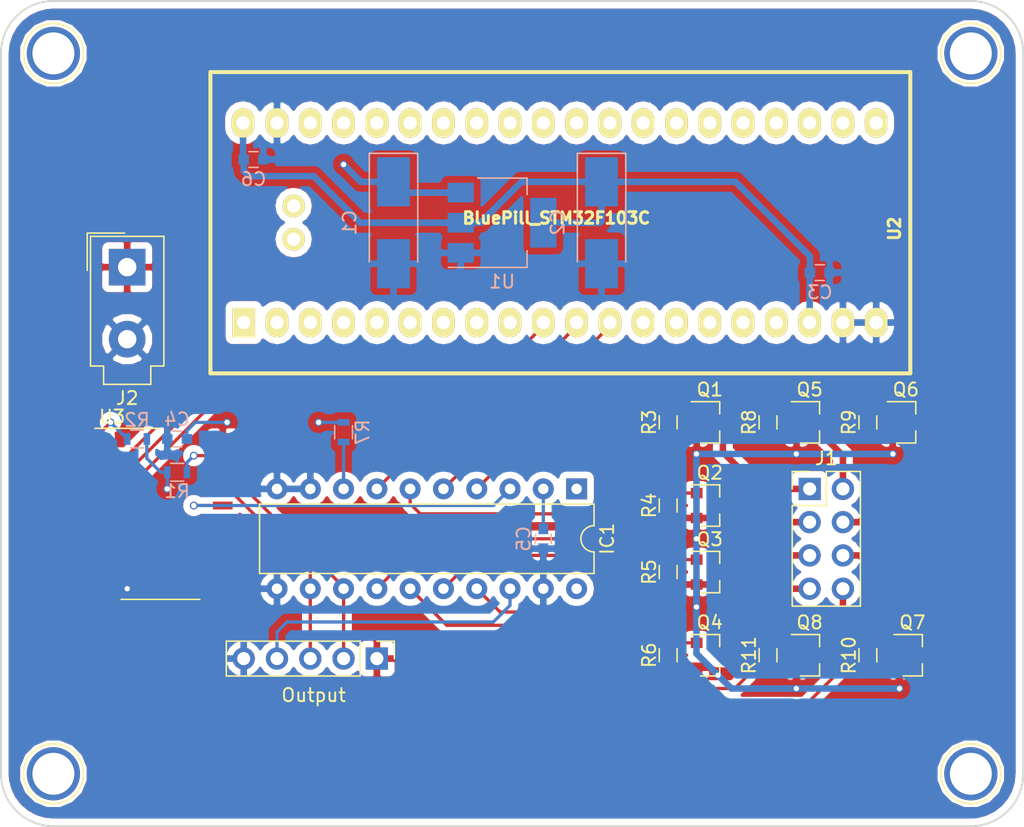
<source format=kicad_pcb>
(kicad_pcb (version 20171130) (host pcbnew 5.0.0)
  (layers (0 F.Cu signal) (31 B.Cu signal) (34 B.Paste user) (35 F.Paste user) (36 B.SilkS user) (37 F.SilkS user) (38 B.Mask user hide) (39 F.Mask user hide) (44 Edge.Cuts user))
  (net 0 "")
  (net 1 VCC)
  (net 2 /SRCK)
  (net 3 /RCK)
  (net 4 GND)
  (net 5 "Net-(IC1-Pad1)")
  (net 6 "Net-(IC1-Pad8)")
  (net 7 "Net-(IC1-Pad20)")
  (net 8 "Net-(J1-Pad1)")
  (net 9 "Net-(J1-Pad2)")
  (net 10 "Net-(J1-Pad3)")
  (net 11 "Net-(J1-Pad4)")
  (net 12 "Net-(J1-Pad5)")
  (net 13 "Net-(J1-Pad6)")
  (net 14 "Net-(J1-Pad7)")
  (net 15 "Net-(J1-Pad8)")
  (net 16 /DOUT)
  (net 17 +3V3)
  (net 18 /L7)
  (net 19 /L3)
  (net 20 /L6)
  (net 21 /L2)
  (net 22 /L5)
  (net 23 /L1)
  (net 24 /L4)
  (net 25 /L0)
  (net 26 /DATA)
  (net 27 "Net-(R1-Pad2)")
  (net 28 "Net-(R2-Pad2)")
  (net 29 "Net-(U2-Pad1)")
  (net 30 "Net-(U2-Pad2)")
  (net 31 "Net-(U2-Pad3)")
  (net 32 "Net-(U2-Pad4)")
  (net 33 "Net-(U2-Pad5)")
  (net 34 "Net-(U2-Pad6)")
  (net 35 "Net-(U2-Pad7)")
  (net 36 "Net-(U2-Pad8)")
  (net 37 "Net-(U2-Pad9)")
  (net 38 "Net-(U2-Pad10)")
  (net 39 "Net-(U2-Pad11)")
  (net 40 "Net-(U2-Pad12)")
  (net 41 "Net-(U2-Pad13)")
  (net 42 "Net-(U2-Pad14)")
  (net 43 "Net-(U2-Pad15)")
  (net 44 "Net-(U2-Pad16)")
  (net 45 "Net-(U2-Pad17)")
  (net 46 "Net-(U2-Pad21)")
  (net 47 "Net-(U2-Pad22)")
  (net 48 "Net-(U2-Pad23)")
  (net 49 "Net-(U2-Pad24)")
  (net 50 "Net-(U2-Pad25)")
  (net 51 "Net-(U2-Pad26)")
  (net 52 "Net-(U2-Pad27)")
  (net 53 "Net-(U2-Pad28)")
  (net 54 "Net-(U2-Pad29)")
  (net 55 "Net-(U2-Pad30)")
  (net 56 "Net-(U2-Pad31)")
  (net 57 "Net-(U2-Pad32)")
  (net 58 "Net-(U2-Pad33)")
  (net 59 "Net-(U2-Pad34)")
  (net 60 "Net-(U2-Pad35)")
  (net 61 "Net-(U2-Pad36)")
  (net 62 "Net-(U2-Pad37)")
  (net 63 "Net-(U2-Pad38)")
  (net 64 "Net-(U2-Pad41)")
  (net 65 "Net-(U2-Pad42)")
  (net 66 "Net-(U3-Pad15)")
  (net 67 "Net-(U3-Pad14)")
  (net 68 "Net-(U3-Pad13)")
  (net 69 "Net-(U3-Pad12)")
  (net 70 "Net-(U3-Pad11)")
  (net 71 "Net-(U3-Pad9)")
  (net 72 "Net-(U3-Pad8)")
  (net 73 "Net-(U3-Pad7)")
  (net 74 "Net-(U3-Pad5)")
  (net 75 "Net-(U3-Pad6)")
  (module Connect:1pin (layer F.Cu) (at 181.734 93.82)
    (fp_text reference REF** hide)
    (fp_text value 1pin)
    (pad 1 thru_hole circle (at 0 0) (size 4.064 4.064) (drill 3.2) (layers *.Cu *.Mask))
  )
  (module Connect:1pin (layer F.Cu) (at 111.734 93.82)
    (fp_text reference REF** hide)
    (fp_text value 1pin)
    (pad 1 thru_hole circle (at 0 0) (size 4.064 4.064) (drill 3.2) (layers *.Cu *.Mask))
  )
  (module Connect:1pin (layer F.Cu) (at 181.734 38.82)
    (fp_text reference REF** hide)
    (fp_text value 1pin)
    (pad 1 thru_hole circle (at 0 0) (size 4.064 4.064) (drill 3.2) (layers *.Cu *.Mask))
  )
  (module Pin_Headers:Pin_Header_Straight_1x05_Pitch2.54mm (layer F.Cu) (at 136.414 85.024 270)
    (fp_text reference Output (at 2.794 4.826) (layer F.SilkS))
    (fp_text value CONN_01X05)
    (pad 5 thru_hole oval (at 0 10.16 270) (size 1.7 1.7) (drill 1) (layers *.Cu *.Mask) (net 4 GND))
    (pad 4 thru_hole oval (at 0 7.62 270) (size 1.7 1.7) (drill 1) (layers *.Cu *.Mask) (net 16 /DOUT))
    (pad 3 thru_hole oval (at 0 5.08 270) (size 1.7 1.7) (drill 1) (layers *.Cu *.Mask) (net 3 /RCK))
    (pad 2 thru_hole oval (at 0 2.54 270) (size 1.7 1.7) (drill 1) (layers *.Cu *.Mask) (net 2 /SRCK))
    (pad 1 thru_hole rect (at 0 0 270) (size 1.7 1.7) (drill 1) (layers *.Cu *.Mask) (net 1 VCC))
  )
  (module BluePill_breakouts:BluePill_STM32F103C (layer F.Cu) (at 126.3048 59.37 90)
    (fp_text reference U2 (at 7.1628 49.6062 270) (layer F.SilkS) (effects (font (size 0.889 0.889) (thickness 0.3048))))
    (fp_text value BluePill_STM32F103C (at 7.9756 23.7998 180) (layer F.SilkS) (effects (font (size 0.889 0.889) (thickness 0.22225))))
    (pad 1 thru_hole rect (at 0 -0.0508) (size 1.7272 2.25) (drill 1.016) (layers *.Cu *.Mask F.SilkS) (net 29 "Net-(U2-Pad1)"))
    (pad 2 thru_hole oval (at 0 2.4892) (size 1.7272 2.25) (drill 1.016) (layers *.Cu *.Mask F.SilkS) (net 30 "Net-(U2-Pad2)"))
    (pad 3 thru_hole oval (at 0 5.0292) (size 1.7272 2.25) (drill 1.016) (layers *.Cu *.Mask F.SilkS) (net 31 "Net-(U2-Pad3)"))
    (pad 4 thru_hole oval (at 0 7.5692) (size 1.7272 2.25) (drill 1.016) (layers *.Cu *.Mask F.SilkS) (net 32 "Net-(U2-Pad4)"))
    (pad 5 thru_hole oval (at 0 10.1092) (size 1.7272 2.25) (drill 1.016) (layers *.Cu *.Mask F.SilkS) (net 33 "Net-(U2-Pad5)"))
    (pad 6 thru_hole oval (at 0 12.6492) (size 1.7272 2.25) (drill 1.016) (layers *.Cu *.Mask F.SilkS) (net 34 "Net-(U2-Pad6)"))
    (pad 7 thru_hole oval (at 0 15.1892) (size 1.7272 2.25) (drill 1.016) (layers *.Cu *.Mask F.SilkS) (net 35 "Net-(U2-Pad7)"))
    (pad 8 thru_hole oval (at 0 17.7292) (size 1.7272 2.25) (drill 1.016) (layers *.Cu *.Mask F.SilkS) (net 36 "Net-(U2-Pad8)"))
    (pad 9 thru_hole oval (at 0 20.2692) (size 1.7272 2.25) (drill 1.016) (layers *.Cu *.Mask F.SilkS) (net 37 "Net-(U2-Pad9)"))
    (pad 10 thru_hole oval (at 0 22.8092) (size 1.7272 2.25) (drill 1.016) (layers *.Cu *.Mask F.SilkS) (net 38 "Net-(U2-Pad10)"))
    (pad 11 thru_hole oval (at 0 25.3492) (size 1.7272 2.25) (drill 1.016) (layers *.Cu *.Mask F.SilkS) (net 39 "Net-(U2-Pad11)"))
    (pad 12 thru_hole oval (at 0 27.8892) (size 1.7272 2.25) (drill 1.016) (layers *.Cu *.Mask F.SilkS) (net 40 "Net-(U2-Pad12)"))
    (pad 13 thru_hole oval (at 0 30.4292) (size 1.7272 2.25) (drill 1.016) (layers *.Cu *.Mask F.SilkS) (net 41 "Net-(U2-Pad13)"))
    (pad 14 thru_hole oval (at 0 32.9692) (size 1.7272 2.25) (drill 1.016) (layers *.Cu *.Mask F.SilkS) (net 42 "Net-(U2-Pad14)"))
    (pad 15 thru_hole oval (at 0 35.5092) (size 1.7272 2.25) (drill 1.016) (layers *.Cu *.Mask F.SilkS) (net 43 "Net-(U2-Pad15)"))
    (pad 16 thru_hole oval (at 0 38.0492) (size 1.7272 2.25) (drill 1.016) (layers *.Cu *.Mask F.SilkS) (net 44 "Net-(U2-Pad16)"))
    (pad 17 thru_hole oval (at 0 40.5892) (size 1.7272 2.25) (drill 1.016) (layers *.Cu *.Mask F.SilkS) (net 45 "Net-(U2-Pad17)"))
    (pad 18 thru_hole oval (at 0 43.1292) (size 1.7272 2.25) (drill 1.016) (layers *.Cu *.Mask F.SilkS) (net 17 +3V3))
    (pad 19 thru_hole oval (at 0 45.6692) (size 1.7272 2.25) (drill 1.016) (layers *.Cu *.Mask F.SilkS) (net 4 GND))
    (pad 20 thru_hole oval (at 0 48.2092) (size 1.7272 2.25) (drill 1.016) (layers *.Cu *.Mask F.SilkS) (net 4 GND))
    (pad 21 thru_hole oval (at 15.24 48.2092 180) (size 1.7272 2.25) (drill 1.016) (layers *.Cu *.Mask F.SilkS) (net 46 "Net-(U2-Pad21)"))
    (pad 22 thru_hole oval (at 15.24 45.6692 180) (size 1.7272 2.25) (drill 1.016) (layers *.Cu *.Mask F.SilkS) (net 47 "Net-(U2-Pad22)"))
    (pad 23 thru_hole oval (at 15.24 43.1292 180) (size 1.7272 2.25) (drill 1.016) (layers *.Cu *.Mask F.SilkS) (net 48 "Net-(U2-Pad23)"))
    (pad 24 thru_hole oval (at 15.24 40.5892 180) (size 1.7272 2.25) (drill 1.016) (layers *.Cu *.Mask F.SilkS) (net 49 "Net-(U2-Pad24)"))
    (pad 25 thru_hole oval (at 15.24 38.0492 180) (size 1.7272 2.25) (drill 1.016) (layers *.Cu *.Mask F.SilkS) (net 50 "Net-(U2-Pad25)"))
    (pad 26 thru_hole oval (at 15.24 35.5092 180) (size 1.7272 2.25) (drill 1.016) (layers *.Cu *.Mask F.SilkS) (net 51 "Net-(U2-Pad26)"))
    (pad 27 thru_hole oval (at 15.24 32.9692 180) (size 1.7272 2.25) (drill 1.016) (layers *.Cu *.Mask F.SilkS) (net 52 "Net-(U2-Pad27)"))
    (pad 28 thru_hole oval (at 15.24 30.4292 180) (size 1.7272 2.25) (drill 1.016) (layers *.Cu *.Mask F.SilkS) (net 53 "Net-(U2-Pad28)"))
    (pad 29 thru_hole oval (at 15.24 27.8892 180) (size 1.7272 2.25) (drill 1.016) (layers *.Cu *.Mask F.SilkS) (net 54 "Net-(U2-Pad29)"))
    (pad 30 thru_hole oval (at 15.24 25.3492 180) (size 1.7272 2.25) (drill 1.016) (layers *.Cu *.Mask F.SilkS) (net 55 "Net-(U2-Pad30)"))
    (pad 31 thru_hole oval (at 15.24 22.8092 180) (size 1.7272 2.25) (drill 1.016) (layers *.Cu *.Mask F.SilkS) (net 56 "Net-(U2-Pad31)"))
    (pad 32 thru_hole oval (at 15.24 20.2692 180) (size 1.7272 2.25) (drill 1.016) (layers *.Cu *.Mask F.SilkS) (net 57 "Net-(U2-Pad32)"))
    (pad 33 thru_hole oval (at 15.24 17.7292 180) (size 1.7272 2.25) (drill 1.016) (layers *.Cu *.Mask F.SilkS) (net 58 "Net-(U2-Pad33)"))
    (pad 34 thru_hole oval (at 15.24 15.1892 180) (size 1.7272 2.25) (drill 1.016) (layers *.Cu *.Mask F.SilkS) (net 59 "Net-(U2-Pad34)"))
    (pad 35 thru_hole oval (at 15.24 12.6492 180) (size 1.7272 2.25) (drill 1.016) (layers *.Cu *.Mask F.SilkS) (net 60 "Net-(U2-Pad35)"))
    (pad 36 thru_hole oval (at 15.24 10.1092 180) (size 1.7272 2.25) (drill 1.016) (layers *.Cu *.Mask F.SilkS) (net 61 "Net-(U2-Pad36)"))
    (pad 37 thru_hole oval (at 15.24 7.5692 180) (size 1.7272 2.25) (drill 1.016) (layers *.Cu *.Mask F.SilkS) (net 62 "Net-(U2-Pad37)"))
    (pad 38 thru_hole oval (at 15.24 5.0292 180) (size 1.7272 2.25) (drill 1.016) (layers *.Cu *.Mask F.SilkS) (net 63 "Net-(U2-Pad38)"))
    (pad 39 thru_hole oval (at 15.24 2.4892 180) (size 1.7272 2.25) (drill 1.016) (layers *.Cu *.Mask F.SilkS) (net 4 GND))
    (pad 40 thru_hole oval (at 15.24 -0.1016 180) (size 1.7272 2.25) (drill 1.016) (layers *.Cu *.Mask F.SilkS) (net 17 +3V3))
    (pad 41 thru_hole oval (at 8.9 3.7592 180) (size 1.7272 1.7272) (drill 1.016) (layers *.Cu *.Mask F.SilkS) (net 64 "Net-(U2-Pad41)"))
    (pad 42 thru_hole oval (at 6.36 3.7592 180) (size 1.7272 1.7272) (drill 1.016) (layers *.Cu *.Mask F.SilkS) (net 65 "Net-(U2-Pad42)"))
  )
  (module Capacitors_Tantalum_SMD:CP_Tantalum_Case-U_EIA-6032-15_Hand (layer B.Cu) (at 137.684 51.75 270)
    (fp_text reference C1 (at 0 3.35 270) (layer B.SilkS) (effects (justify mirror)))
    (fp_text value 10u)
    (pad 2 smd rect (at 3.125 0 270) (size 3.75 2.5) (layers B.Cu B.Paste B.Mask) (net 4 GND))
    (pad 1 smd rect (at -3.125 0 270) (size 3.75 2.5) (layers B.Cu B.Paste B.Mask) (net 1 VCC))
  )
  (module Capacitors_Tantalum_SMD:CP_Tantalum_Case-U_EIA-6032-15_Hand (layer B.Cu) (at 153.559 51.75 270)
    (fp_text reference C2 (at 0 3.35 270) (layer B.SilkS) (effects (justify mirror)))
    (fp_text value 10u)
    (pad 1 smd rect (at -3.125 0 270) (size 3.75 2.5) (layers B.Cu B.Paste B.Mask) (net 17 +3V3))
    (pad 2 smd rect (at 3.125 0 270) (size 3.75 2.5) (layers B.Cu B.Paste B.Mask) (net 4 GND))
  )
  (module Capacitors_SMD:C_0603 (layer B.Cu) (at 170.208 55.56)
    (fp_text reference C3 (at 0 1.5) (layer B.SilkS) (effects (justify mirror)))
    (fp_text value 0.1uF)
    (pad 2 smd rect (at 0.75 0) (size 0.8 0.75) (layers B.Cu B.Paste B.Mask) (net 4 GND))
    (pad 1 smd rect (at -0.75 0) (size 0.8 0.75) (layers B.Cu B.Paste B.Mask) (net 17 +3V3))
  )
  (module Capacitors_SMD:C_0603 (layer B.Cu) (at 121.174 68.26 180)
    (fp_text reference C4 (at 0 1.5 180) (layer B.SilkS) (effects (justify mirror)))
    (fp_text value 0.1uF)
    (pad 1 smd rect (at -0.75 0 180) (size 0.8 0.75) (layers B.Cu B.Paste B.Mask) (net 1 VCC))
    (pad 2 smd rect (at 0.75 0 180) (size 0.8 0.75) (layers B.Cu B.Paste B.Mask) (net 4 GND))
  )
  (module Capacitors_SMD:C_0603 (layer B.Cu) (at 149.114 75.88 270)
    (fp_text reference C5 (at 0 1.5 270) (layer B.SilkS) (effects (justify mirror)))
    (fp_text value 0.1uF)
    (pad 1 smd rect (at -0.75 0 270) (size 0.8 0.75) (layers B.Cu B.Paste B.Mask) (net 1 VCC))
    (pad 2 smd rect (at 0.75 0 270) (size 0.8 0.75) (layers B.Cu B.Paste B.Mask) (net 4 GND))
  )
  (module Housings_DIP:DIP-20_W7.62mm (layer F.Cu) (at 151.654 72.07 270)
    (fp_text reference IC1 (at 3.81 -2.33 270) (layer F.SilkS))
    (fp_text value TPIC6B595)
    (pad 20 thru_hole oval (at 7.62 0 270) (size 1.6 1.6) (drill 0.8) (layers *.Cu *.Mask) (net 7 "Net-(IC1-Pad20)"))
    (pad 10 thru_hole oval (at 0 22.86 270) (size 1.6 1.6) (drill 0.8) (layers *.Cu *.Mask) (net 4 GND))
    (pad 19 thru_hole oval (at 7.62 2.54 270) (size 1.6 1.6) (drill 0.8) (layers *.Cu *.Mask) (net 4 GND))
    (pad 9 thru_hole oval (at 0 20.32 270) (size 1.6 1.6) (drill 0.8) (layers *.Cu *.Mask) (net 4 GND))
    (pad 18 thru_hole oval (at 7.62 5.08 270) (size 1.6 1.6) (drill 0.8) (layers *.Cu *.Mask) (net 16 /DOUT))
    (pad 8 thru_hole oval (at 0 17.78 270) (size 1.6 1.6) (drill 0.8) (layers *.Cu *.Mask) (net 6 "Net-(IC1-Pad8)"))
    (pad 17 thru_hole oval (at 7.62 7.62 270) (size 1.6 1.6) (drill 0.8) (layers *.Cu *.Mask) (net 18 /L7))
    (pad 7 thru_hole oval (at 0 15.24 270) (size 1.6 1.6) (drill 0.8) (layers *.Cu *.Mask) (net 19 /L3))
    (pad 16 thru_hole oval (at 7.62 10.16 270) (size 1.6 1.6) (drill 0.8) (layers *.Cu *.Mask) (net 20 /L6))
    (pad 6 thru_hole oval (at 0 12.7 270) (size 1.6 1.6) (drill 0.8) (layers *.Cu *.Mask) (net 21 /L2))
    (pad 15 thru_hole oval (at 7.62 12.7 270) (size 1.6 1.6) (drill 0.8) (layers *.Cu *.Mask) (net 22 /L5))
    (pad 5 thru_hole oval (at 0 10.16 270) (size 1.6 1.6) (drill 0.8) (layers *.Cu *.Mask) (net 23 /L1))
    (pad 14 thru_hole oval (at 7.62 15.24 270) (size 1.6 1.6) (drill 0.8) (layers *.Cu *.Mask) (net 24 /L4))
    (pad 4 thru_hole oval (at 0 7.62 270) (size 1.6 1.6) (drill 0.8) (layers *.Cu *.Mask) (net 25 /L0))
    (pad 13 thru_hole oval (at 7.62 17.78 270) (size 1.6 1.6) (drill 0.8) (layers *.Cu *.Mask) (net 2 /SRCK))
    (pad 3 thru_hole oval (at 0 5.08 270) (size 1.6 1.6) (drill 0.8) (layers *.Cu *.Mask) (net 26 /DATA))
    (pad 12 thru_hole oval (at 7.62 20.32 270) (size 1.6 1.6) (drill 0.8) (layers *.Cu *.Mask) (net 3 /RCK))
    (pad 2 thru_hole oval (at 0 2.54 270) (size 1.6 1.6) (drill 0.8) (layers *.Cu *.Mask) (net 1 VCC))
    (pad 11 thru_hole oval (at 7.62 22.86 270) (size 1.6 1.6) (drill 0.8) (layers *.Cu *.Mask) (net 4 GND))
    (pad 1 thru_hole rect (at 0 0 270) (size 1.6 1.6) (drill 0.8) (layers *.Cu *.Mask) (net 5 "Net-(IC1-Pad1)"))
  )
  (module Connectors_Molex:Molex_MiniFit-JR-5556-02A_2x01x4.20mm_Straight (layer F.Cu) (at 117.364 55.14)
    (fp_text reference J2 (at 0 10) (layer F.SilkS))
    (fp_text value 5V_IN)
    (pad 2 thru_hole circle (at 0 5.5) (size 2.8 2.8) (drill 1.4) (layers *.Cu *.Mask) (net 4 GND))
    (pad 1 thru_hole rect (at 0 0) (size 2.8 2.8) (drill 1.4) (layers *.Cu *.Mask) (net 1 VCC))
  )
  (module TO_SOT_Packages_SMD:SOT-23 (layer F.Cu) (at 161.814 66.99)
    (fp_text reference Q1 (at 0 -2.5) (layer F.SilkS))
    (fp_text value Q_PMOS_GSD)
    (pad 3 smd rect (at 1 0) (size 0.9 0.8) (layers F.Cu F.Paste F.Mask) (net 8 "Net-(J1-Pad1)"))
    (pad 2 smd rect (at -1 0.95) (size 0.9 0.8) (layers F.Cu F.Paste F.Mask) (net 1 VCC))
    (pad 1 smd rect (at -1 -0.95) (size 0.9 0.8) (layers F.Cu F.Paste F.Mask) (net 25 /L0))
  )
  (module TO_SOT_Packages_SMD:SOT-23 (layer F.Cu) (at 161.814 73.34)
    (fp_text reference Q2 (at 0 -2.5) (layer F.SilkS))
    (fp_text value Q_PMOS_GSD)
    (pad 3 smd rect (at 1 0) (size 0.9 0.8) (layers F.Cu F.Paste F.Mask) (net 10 "Net-(J1-Pad3)"))
    (pad 2 smd rect (at -1 0.95) (size 0.9 0.8) (layers F.Cu F.Paste F.Mask) (net 1 VCC))
    (pad 1 smd rect (at -1 -0.95) (size 0.9 0.8) (layers F.Cu F.Paste F.Mask) (net 21 /L2))
  )
  (module TO_SOT_Packages_SMD:SOT-23 (layer F.Cu) (at 161.814 78.42)
    (fp_text reference Q3 (at 0 -2.5) (layer F.SilkS))
    (fp_text value Q_PMOS_GSD)
    (pad 1 smd rect (at -1 -0.95) (size 0.9 0.8) (layers F.Cu F.Paste F.Mask) (net 24 /L4))
    (pad 2 smd rect (at -1 0.95) (size 0.9 0.8) (layers F.Cu F.Paste F.Mask) (net 1 VCC))
    (pad 3 smd rect (at 1 0) (size 0.9 0.8) (layers F.Cu F.Paste F.Mask) (net 12 "Net-(J1-Pad5)"))
  )
  (module TO_SOT_Packages_SMD:SOT-23 (layer F.Cu) (at 161.814 84.77)
    (fp_text reference Q4 (at 0 -2.5) (layer F.SilkS))
    (fp_text value Q_PMOS_GSD)
    (pad 1 smd rect (at -1 -0.95) (size 0.9 0.8) (layers F.Cu F.Paste F.Mask) (net 20 /L6))
    (pad 2 smd rect (at -1 0.95) (size 0.9 0.8) (layers F.Cu F.Paste F.Mask) (net 1 VCC))
    (pad 3 smd rect (at 1 0) (size 0.9 0.8) (layers F.Cu F.Paste F.Mask) (net 14 "Net-(J1-Pad7)"))
  )
  (module TO_SOT_Packages_SMD:SOT-23 (layer F.Cu) (at 169.434 66.99)
    (fp_text reference Q5 (at 0 -2.5) (layer F.SilkS))
    (fp_text value Q_PMOS_GSD)
    (pad 3 smd rect (at 1 0) (size 0.9 0.8) (layers F.Cu F.Paste F.Mask) (net 9 "Net-(J1-Pad2)"))
    (pad 2 smd rect (at -1 0.95) (size 0.9 0.8) (layers F.Cu F.Paste F.Mask) (net 1 VCC))
    (pad 1 smd rect (at -1 -0.95) (size 0.9 0.8) (layers F.Cu F.Paste F.Mask) (net 23 /L1))
  )
  (module TO_SOT_Packages_SMD:SOT-23 (layer F.Cu) (at 176.774 66.99)
    (fp_text reference Q6 (at 0 -2.5) (layer F.SilkS))
    (fp_text value Q_PMOS_GSD)
    (pad 1 smd rect (at -1 -0.95) (size 0.9 0.8) (layers F.Cu F.Paste F.Mask) (net 19 /L3))
    (pad 2 smd rect (at -1 0.95) (size 0.9 0.8) (layers F.Cu F.Paste F.Mask) (net 1 VCC))
    (pad 3 smd rect (at 1 0) (size 0.9 0.8) (layers F.Cu F.Paste F.Mask) (net 11 "Net-(J1-Pad4)"))
  )
  (module TO_SOT_Packages_SMD:SOT-23 (layer F.Cu) (at 177.274 84.77)
    (fp_text reference Q7 (at 0 -2.5) (layer F.SilkS))
    (fp_text value Q_PMOS_GSD)
    (pad 3 smd rect (at 1 0) (size 0.9 0.8) (layers F.Cu F.Paste F.Mask) (net 13 "Net-(J1-Pad6)"))
    (pad 2 smd rect (at -1 0.95) (size 0.9 0.8) (layers F.Cu F.Paste F.Mask) (net 1 VCC))
    (pad 1 smd rect (at -1 -0.95) (size 0.9 0.8) (layers F.Cu F.Paste F.Mask) (net 22 /L5))
  )
  (module TO_SOT_Packages_SMD:SOT-23 (layer F.Cu) (at 169.434 84.77)
    (fp_text reference Q8 (at 0 -2.5) (layer F.SilkS))
    (fp_text value Q_PMOS_GSD)
    (pad 1 smd rect (at -1 -0.95) (size 0.9 0.8) (layers F.Cu F.Paste F.Mask) (net 18 /L7))
    (pad 2 smd rect (at -1 0.95) (size 0.9 0.8) (layers F.Cu F.Paste F.Mask) (net 1 VCC))
    (pad 3 smd rect (at 1 0) (size 0.9 0.8) (layers F.Cu F.Paste F.Mask) (net 15 "Net-(J1-Pad8)"))
  )
  (module Resistors_SMD:R_0603 (layer B.Cu) (at 121.174 70.8)
    (fp_text reference R1 (at 0 1.45) (layer B.SilkS) (effects (justify mirror)))
    (fp_text value 10k)
    (pad 2 smd rect (at 0.75 0) (size 0.5 0.9) (layers B.Cu B.Paste B.Mask) (net 27 "Net-(R1-Pad2)"))
    (pad 1 smd rect (at -0.75 0) (size 0.5 0.9) (layers B.Cu B.Paste B.Mask) (net 1 VCC))
  )
  (module Resistors_SMD:R_0603 (layer B.Cu) (at 118.114 68.26 180)
    (fp_text reference R2 (at 0 1.45 180) (layer B.SilkS) (effects (justify mirror)))
    (fp_text value 10k)
    (pad 1 smd rect (at -0.75 0 180) (size 0.5 0.9) (layers B.Cu B.Paste B.Mask) (net 1 VCC))
    (pad 2 smd rect (at 0.75 0 180) (size 0.5 0.9) (layers B.Cu B.Paste B.Mask) (net 28 "Net-(R2-Pad2)"))
  )
  (module Resistors_SMD:R_0603 (layer F.Cu) (at 158.639 66.99 90)
    (fp_text reference R3 (at 0 -1.45 90) (layer F.SilkS))
    (fp_text value 10k)
    (pad 1 smd rect (at -0.75 0 90) (size 0.5 0.9) (layers F.Cu F.Paste F.Mask) (net 1 VCC))
    (pad 2 smd rect (at 0.75 0 90) (size 0.5 0.9) (layers F.Cu F.Paste F.Mask) (net 25 /L0))
  )
  (module Resistors_SMD:R_0603 (layer F.Cu) (at 158.639 73.34 90)
    (fp_text reference R4 (at 0 -1.45 90) (layer F.SilkS))
    (fp_text value 10k)
    (pad 2 smd rect (at 0.75 0 90) (size 0.5 0.9) (layers F.Cu F.Paste F.Mask) (net 21 /L2))
    (pad 1 smd rect (at -0.75 0 90) (size 0.5 0.9) (layers F.Cu F.Paste F.Mask) (net 1 VCC))
  )
  (module Resistors_SMD:R_0603 (layer F.Cu) (at 158.639 78.42 90)
    (fp_text reference R5 (at 0 -1.45 90) (layer F.SilkS))
    (fp_text value 10k)
    (pad 1 smd rect (at -0.75 0 90) (size 0.5 0.9) (layers F.Cu F.Paste F.Mask) (net 1 VCC))
    (pad 2 smd rect (at 0.75 0 90) (size 0.5 0.9) (layers F.Cu F.Paste F.Mask) (net 24 /L4))
  )
  (module Resistors_SMD:R_0603 (layer F.Cu) (at 158.639 84.77 90)
    (fp_text reference R6 (at 0 -1.45 90) (layer F.SilkS))
    (fp_text value 10k)
    (pad 2 smd rect (at 0.75 0 90) (size 0.5 0.9) (layers F.Cu F.Paste F.Mask) (net 20 /L6))
    (pad 1 smd rect (at -0.75 0 90) (size 0.5 0.9) (layers F.Cu F.Paste F.Mask) (net 1 VCC))
  )
  (module Resistors_SMD:R_0603 (layer B.Cu) (at 133.874 67.74 90)
    (fp_text reference R7 (at 0 1.45 90) (layer B.SilkS) (effects (justify mirror)))
    (fp_text value 10k)
    (pad 2 smd rect (at 0.75 0 90) (size 0.5 0.9) (layers B.Cu B.Paste B.Mask) (net 1 VCC))
    (pad 1 smd rect (at -0.75 0 90) (size 0.5 0.9) (layers B.Cu B.Paste B.Mask) (net 6 "Net-(IC1-Pad8)"))
  )
  (module Resistors_SMD:R_0603 (layer F.Cu) (at 166.259 66.99 90)
    (fp_text reference R8 (at 0 -1.45 90) (layer F.SilkS))
    (fp_text value 10k)
    (pad 1 smd rect (at -0.75 0 90) (size 0.5 0.9) (layers F.Cu F.Paste F.Mask) (net 1 VCC))
    (pad 2 smd rect (at 0.75 0 90) (size 0.5 0.9) (layers F.Cu F.Paste F.Mask) (net 23 /L1))
  )
  (module Resistors_SMD:R_0603 (layer F.Cu) (at 173.879 66.99 90)
    (fp_text reference R9 (at 0 -1.45 90) (layer F.SilkS))
    (fp_text value 10k)
    (pad 2 smd rect (at 0.75 0 90) (size 0.5 0.9) (layers F.Cu F.Paste F.Mask) (net 19 /L3))
    (pad 1 smd rect (at -0.75 0 90) (size 0.5 0.9) (layers F.Cu F.Paste F.Mask) (net 1 VCC))
  )
  (module Resistors_SMD:R_0603 (layer F.Cu) (at 173.879 84.77 90)
    (fp_text reference R10 (at 0 -1.45 90) (layer F.SilkS))
    (fp_text value 10k)
    (pad 1 smd rect (at -0.75 0 90) (size 0.5 0.9) (layers F.Cu F.Paste F.Mask) (net 1 VCC))
    (pad 2 smd rect (at 0.75 0 90) (size 0.5 0.9) (layers F.Cu F.Paste F.Mask) (net 22 /L5))
  )
  (module Resistors_SMD:R_0603 (layer F.Cu) (at 166.259 84.77 90)
    (fp_text reference R11 (at 0 -1.45 90) (layer F.SilkS))
    (fp_text value 10k)
    (pad 2 smd rect (at 0.75 0 90) (size 0.5 0.9) (layers F.Cu F.Paste F.Mask) (net 18 /L7))
    (pad 1 smd rect (at -0.75 0 90) (size 0.5 0.9) (layers F.Cu F.Paste F.Mask) (net 1 VCC))
  )
  (module Housings_SOIC:SO-20_12.8x7.5mm_Pitch1.27mm (layer F.Cu) (at 119.904 73.975)
    (fp_text reference U3 (at -3.69 -7.42) (layer F.SilkS))
    (fp_text value 74HCT245)
    (pad 20 smd rect (at 4.75 -5.715) (size 1.5 0.6) (layers F.Cu F.Paste F.Mask) (net 1 VCC))
    (pad 19 smd rect (at 4.75 -4.445) (size 1.5 0.6) (layers F.Cu F.Paste F.Mask) (net 27 "Net-(R1-Pad2)"))
    (pad 18 smd rect (at 4.75 -3.175) (size 1.5 0.6) (layers F.Cu F.Paste F.Mask) (net 2 /SRCK))
    (pad 17 smd rect (at 4.75 -1.905) (size 1.5 0.6) (layers F.Cu F.Paste F.Mask) (net 3 /RCK))
    (pad 16 smd rect (at 4.75 -0.635) (size 1.5 0.6) (layers F.Cu F.Paste F.Mask) (net 26 /DATA))
    (pad 15 smd rect (at 4.75 0.635) (size 1.5 0.6) (layers F.Cu F.Paste F.Mask) (net 66 "Net-(U3-Pad15)"))
    (pad 14 smd rect (at 4.75 1.905) (size 1.5 0.6) (layers F.Cu F.Paste F.Mask) (net 67 "Net-(U3-Pad14)"))
    (pad 13 smd rect (at 4.75 3.175) (size 1.5 0.6) (layers F.Cu F.Paste F.Mask) (net 68 "Net-(U3-Pad13)"))
    (pad 12 smd rect (at 4.75 4.445) (size 1.5 0.6) (layers F.Cu F.Paste F.Mask) (net 69 "Net-(U3-Pad12)"))
    (pad 11 smd rect (at 4.75 5.715) (size 1.5 0.6) (layers F.Cu F.Paste F.Mask) (net 70 "Net-(U3-Pad11)"))
    (pad 10 smd rect (at -4.75 5.715) (size 1.5 0.6) (layers F.Cu F.Paste F.Mask) (net 4 GND))
    (pad 9 smd rect (at -4.75 4.445) (size 1.5 0.6) (layers F.Cu F.Paste F.Mask) (net 71 "Net-(U3-Pad9)"))
    (pad 8 smd rect (at -4.75 3.175) (size 1.5 0.6) (layers F.Cu F.Paste F.Mask) (net 72 "Net-(U3-Pad8)"))
    (pad 7 smd rect (at -4.75 1.905) (size 1.5 0.6) (layers F.Cu F.Paste F.Mask) (net 73 "Net-(U3-Pad7)"))
    (pad 1 smd rect (at -4.75 -5.715) (size 1.5 0.6) (layers F.Cu F.Paste F.Mask) (net 28 "Net-(R2-Pad2)"))
    (pad 2 smd rect (at -4.75 -4.445) (size 1.5 0.6) (layers F.Cu F.Paste F.Mask) (net 38 "Net-(U2-Pad10)"))
    (pad 3 smd rect (at -4.75 -3.175) (size 1.5 0.6) (layers F.Cu F.Paste F.Mask) (net 39 "Net-(U2-Pad11)"))
    (pad 4 smd rect (at -4.75 -1.905) (size 1.5 0.6) (layers F.Cu F.Paste F.Mask) (net 40 "Net-(U2-Pad12)"))
    (pad 5 smd rect (at -4.75 -0.635) (size 1.5 0.6) (layers F.Cu F.Paste F.Mask) (net 74 "Net-(U3-Pad5)"))
    (pad 6 smd rect (at -4.75 0.635) (size 1.5 0.6) (layers F.Cu F.Paste F.Mask) (net 75 "Net-(U3-Pad6)"))
  )
  (module Pin_Headers:Pin_Header_Straight_2x04_Pitch2.54mm (layer F.Cu) (at 169.434 72.07)
    (fp_text reference J1 (at 1.27 -2.33) (layer F.SilkS))
    (fp_text value Conn_02x04_Odd_Even)
    (pad 8 thru_hole oval (at 2.54 7.62) (size 1.7 1.7) (drill 1) (layers *.Cu *.Mask) (net 15 "Net-(J1-Pad8)"))
    (pad 7 thru_hole oval (at 0 7.62) (size 1.7 1.7) (drill 1) (layers *.Cu *.Mask) (net 14 "Net-(J1-Pad7)"))
    (pad 6 thru_hole oval (at 2.54 5.08) (size 1.7 1.7) (drill 1) (layers *.Cu *.Mask) (net 13 "Net-(J1-Pad6)"))
    (pad 5 thru_hole oval (at 0 5.08) (size 1.7 1.7) (drill 1) (layers *.Cu *.Mask) (net 12 "Net-(J1-Pad5)"))
    (pad 4 thru_hole oval (at 2.54 2.54) (size 1.7 1.7) (drill 1) (layers *.Cu *.Mask) (net 11 "Net-(J1-Pad4)"))
    (pad 3 thru_hole oval (at 0 2.54) (size 1.7 1.7) (drill 1) (layers *.Cu *.Mask) (net 10 "Net-(J1-Pad3)"))
    (pad 2 thru_hole oval (at 2.54 0) (size 1.7 1.7) (drill 1) (layers *.Cu *.Mask) (net 9 "Net-(J1-Pad2)"))
    (pad 1 thru_hole rect (at 0 0) (size 1.7 1.7) (drill 1) (layers *.Cu *.Mask) (net 8 "Net-(J1-Pad1)"))
  )
  (module TO_SOT_Packages_SMD:SOT-223-3_TabPin2 (layer B.Cu) (at 145.964 51.75)
    (fp_text reference U1 (at 0 4.5) (layer B.SilkS) (effects (justify mirror)))
    (fp_text value LM1117-3.3)
    (pad 1 smd rect (at -3.15 2.3) (size 2 1.5) (layers B.Cu B.Paste B.Mask) (net 4 GND))
    (pad 3 smd rect (at -3.15 -2.3) (size 2 1.5) (layers B.Cu B.Paste B.Mask) (net 1 VCC))
    (pad 2 smd rect (at -3.15 0) (size 2 1.5) (layers B.Cu B.Paste B.Mask) (net 17 +3V3))
    (pad 2 smd rect (at 3.15 0) (size 2 3.8) (layers B.Cu B.Paste B.Mask) (net 17 +3V3))
  )
  (module Capacitors_SMD:C_0603 (layer B.Cu) (at 127.004 46.924)
    (fp_text reference C6 (at 0 1.5) (layer B.SilkS) (effects (justify mirror)))
    (fp_text value 0.1uF)
    (pad 1 smd rect (at -0.75 0) (size 0.8 0.75) (layers B.Cu B.Paste B.Mask) (net 17 +3V3))
    (pad 2 smd rect (at 0.75 0) (size 0.8 0.75) (layers B.Cu B.Paste B.Mask) (net 4 GND))
  )
  (module Connect:1pin (layer F.Cu) (at 111.734 38.82)
    (fp_text reference REF** hide)
    (fp_text value 1pin)
    (pad 1 thru_hole circle (at 0 0) (size 4.064 4.064) (drill 3.2) (layers *.Cu *.Mask))
  )
  (gr_line (start 111.734 34.82) (end 181.734 34.82) (layer Edge.Cuts) (width 0.15))
  (gr_line (start 181.734 97.82) (end 111.734 97.82) (layer Edge.Cuts) (width 0.15))
  (gr_arc (start 181.734 93.82) (end 181.734 97.82) (angle -90) (layer Edge.Cuts) (width 0.15))
  (gr_arc (start 111.734 93.82) (end 107.734 93.82) (angle -90) (layer Edge.Cuts) (width 0.15))
  (gr_arc (start 111.734 38.82) (end 111.734 34.82) (angle -90) (layer Edge.Cuts) (width 0.15))
  (gr_arc (start 181.734 38.82) (end 185.734 38.82) (angle -90) (layer Edge.Cuts) (width 0.15))
  (gr_line (start 107.734 93.82) (end 107.734 38.82) (layer Edge.Cuts) (width 0.15))
  (gr_line (start 185.734 38.82) (end 185.734 93.82) (layer Edge.Cuts) (width 0.15))
  (segment (start 158.839 67.94) (end 158.639 67.74) (width 0.25) (layer F.Cu) (net 1))
  (segment (start 160.814 67.94) (end 158.839 67.94) (width 0.25) (layer F.Cu) (net 1))
  (segment (start 166.459 67.94) (end 166.259 67.74) (width 0.25) (layer F.Cu) (net 1))
  (segment (start 168.434 67.94) (end 166.459 67.94) (width 0.25) (layer F.Cu) (net 1))
  (segment (start 174.079 67.94) (end 173.879 67.74) (width 0.25) (layer F.Cu) (net 1))
  (segment (start 175.774 67.94) (end 174.079 67.94) (width 0.25) (layer F.Cu) (net 1))
  (segment (start 174.079 85.72) (end 173.879 85.52) (width 0.25) (layer F.Cu) (net 1))
  (segment (start 176.274 85.72) (end 174.079 85.72) (width 0.25) (layer F.Cu) (net 1))
  (segment (start 166.459 85.72) (end 166.259 85.52) (width 0.25) (layer F.Cu) (net 1))
  (segment (start 168.434 85.72) (end 166.459 85.72) (width 0.25) (layer F.Cu) (net 1))
  (segment (start 158.839 85.72) (end 158.639 85.52) (width 0.25) (layer F.Cu) (net 1))
  (segment (start 160.814 85.72) (end 158.839 85.72) (width 0.25) (layer F.Cu) (net 1))
  (segment (start 158.839 79.37) (end 158.639 79.17) (width 0.25) (layer F.Cu) (net 1))
  (segment (start 160.814 79.37) (end 158.839 79.37) (width 0.25) (layer F.Cu) (net 1))
  (segment (start 158.839 74.29) (end 158.639 74.09) (width 0.25) (layer F.Cu) (net 1))
  (segment (start 160.814 74.29) (end 158.839 74.29) (width 0.25) (layer F.Cu) (net 1))
  (segment (start 138.509 49.45) (end 137.684 48.625) (width 0.5) (layer B.Cu) (net 1))
  (segment (start 142.814 49.45) (end 138.509 49.45) (width 0.5) (layer B.Cu) (net 1))
  (via (at 133.874 47.305) (size 0.6) (drill 0.4) (layers F.Cu B.Cu) (net 1))
  (segment (start 135.194 48.625) (end 137.684 48.625) (width 0.5) (layer B.Cu) (net 1))
  (segment (start 133.874 47.305) (end 135.194 48.625) (width 0.5) (layer B.Cu) (net 1))
  (segment (start 118.864 68.96) (end 118.864 68.26) (width 0.25) (layer B.Cu) (net 1))
  (segment (start 118.864 69.74) (end 118.864 68.96) (width 0.25) (layer B.Cu) (net 1))
  (segment (start 119.924 70.8) (end 118.864 69.74) (width 0.25) (layer B.Cu) (net 1))
  (segment (start 120.424 70.8) (end 119.924 70.8) (width 0.25) (layer B.Cu) (net 1))
  (via (at 124.984 66.99) (size 0.6) (drill 0.4) (layers F.Cu B.Cu) (net 1))
  (segment (start 124.984 66.99) (end 123.079 66.99) (width 0.25) (layer B.Cu) (net 1))
  (segment (start 121.924 67.635) (end 122.569 66.99) (width 0.25) (layer B.Cu) (net 1))
  (segment (start 122.569 66.99) (end 123.079 66.99) (width 0.25) (layer B.Cu) (net 1))
  (segment (start 121.924 68.26) (end 121.924 67.635) (width 0.25) (layer B.Cu) (net 1))
  (segment (start 149.114 75.13) (end 149.114 72.07) (width 0.25) (layer B.Cu) (net 1))
  (via (at 131.969 66.99) (size 0.6) (drill 0.4) (layers F.Cu B.Cu) (net 1))
  (segment (start 133.874 66.99) (end 131.969 66.99) (width 0.25) (layer B.Cu) (net 1))
  (segment (start 176.274 85.72) (end 176.104 85.72) (width 0.5) (layer F.Cu) (net 1))
  (via (at 175.784 69.403) (size 0.6) (drill 0.4) (layers F.Cu B.Cu) (net 1))
  (segment (start 175.774 69.393) (end 175.784 69.403) (width 0.5) (layer F.Cu) (net 1))
  (via (at 168.418 69.403) (size 0.6) (drill 0.4) (layers F.Cu B.Cu) (net 1))
  (segment (start 175.784 69.403) (end 168.418 69.403) (width 0.5) (layer B.Cu) (net 1))
  (segment (start 168.418 67.956) (end 168.434 67.94) (width 0.5) (layer F.Cu) (net 1))
  (via (at 160.798 69.403) (size 0.6) (drill 0.4) (layers F.Cu B.Cu) (net 1))
  (segment (start 168.418 69.403) (end 160.798 69.403) (width 0.5) (layer B.Cu) (net 1))
  (segment (start 160.798 67.956) (end 160.814 67.94) (width 0.5) (layer F.Cu) (net 1))
  (via (at 160.798 75.88) (size 0.6) (drill 0.4) (layers F.Cu B.Cu) (net 1))
  (segment (start 160.798 69.403) (end 160.798 75.88) (width 0.5) (layer B.Cu) (net 1))
  (segment (start 160.798 74.306) (end 160.814 74.29) (width 0.5) (layer F.Cu) (net 1))
  (via (at 160.798 81.087) (size 0.6) (drill 0.4) (layers F.Cu B.Cu) (net 1))
  (segment (start 160.798 75.88) (end 160.798 81.087) (width 0.5) (layer B.Cu) (net 1))
  (segment (start 160.798 79.386) (end 160.814 79.37) (width 0.5) (layer F.Cu) (net 1))
  (via (at 162.449 86.294) (size 0.6) (drill 0.4) (layers F.Cu B.Cu) (net 1))
  (segment (start 160.798 81.087) (end 160.798 84.643) (width 0.5) (layer B.Cu) (net 1))
  (segment (start 160.798 84.643) (end 162.449 86.294) (width 0.5) (layer B.Cu) (net 1))
  (segment (start 162.449 86.294) (end 162.748999 86.593999) (width 0.5) (layer B.Cu) (net 1))
  (segment (start 162.748999 86.593999) (end 163.465 87.31) (width 0.5) (layer B.Cu) (net 1))
  (via (at 168.418 87.31) (size 0.6) (drill 0.4) (layers F.Cu B.Cu) (net 1))
  (segment (start 163.465 87.31) (end 168.418 87.31) (width 0.5) (layer B.Cu) (net 1))
  (segment (start 168.418 85.736) (end 168.434 85.72) (width 0.5) (layer F.Cu) (net 1))
  (via (at 176.292 87.31) (size 0.6) (drill 0.4) (layers F.Cu B.Cu) (net 1))
  (segment (start 168.418 87.31) (end 176.292 87.31) (width 0.5) (layer B.Cu) (net 1))
  (segment (start 176.292 85.738) (end 176.274 85.72) (width 0.5) (layer F.Cu) (net 1))
  (via (at 120.412 72.07) (size 0.6) (drill 0.4) (layers F.Cu B.Cu) (net 1))
  (segment (start 120.424 70.8) (end 120.424 72.058) (width 0.25) (layer B.Cu) (net 1))
  (segment (start 120.424 72.058) (end 120.412 72.07) (width 0.25) (layer B.Cu) (net 1))
  (segment (start 133.874 79.69) (end 133.874 85.024) (width 0.25) (layer F.Cu) (net 2))
  (segment (start 133.874 79.57) (end 133.874 79.69) (width 0.25) (layer F.Cu) (net 2))
  (segment (start 125.104 70.8) (end 133.874 79.57) (width 0.25) (layer F.Cu) (net 2))
  (segment (start 124.654 70.8) (end 125.104 70.8) (width 0.25) (layer F.Cu) (net 2))
  (segment (start 131.334 79.69) (end 131.334 85.024) (width 0.25) (layer F.Cu) (net 3))
  (segment (start 131.334 78.55863) (end 131.334 79.69) (width 0.25) (layer F.Cu) (net 3))
  (segment (start 131.334 78.3) (end 131.334 78.55863) (width 0.25) (layer F.Cu) (net 3))
  (segment (start 125.104 72.07) (end 131.334 78.3) (width 0.25) (layer F.Cu) (net 3))
  (segment (start 124.654 72.07) (end 125.104 72.07) (width 0.25) (layer F.Cu) (net 3))
  (via (at 117.364 79.69) (size 0.6) (drill 0.4) (layers F.Cu B.Cu) (net 4))
  (segment (start 115.154 79.69) (end 117.364 79.69) (width 0.25) (layer F.Cu) (net 4))
  (segment (start 149.114 76.63) (end 149.114 79.69) (width 0.25) (layer B.Cu) (net 4))
  (segment (start 133.874 68.49) (end 133.874 72.07) (width 0.25) (layer B.Cu) (net 6))
  (segment (start 165.624 72.07) (end 169.434 72.07) (width 0.5) (layer F.Cu) (net 8))
  (segment (start 162.814 66.99) (end 162.814 69.26) (width 0.5) (layer F.Cu) (net 8))
  (segment (start 162.814 69.26) (end 165.624 72.07) (width 0.5) (layer F.Cu) (net 8))
  (segment (start 170.434 66.99) (end 170.434 67.99) (width 0.5) (layer F.Cu) (net 9))
  (segment (start 171.974 69.53) (end 171.974 72.07) (width 0.5) (layer F.Cu) (net 9))
  (segment (start 170.434 67.99) (end 171.974 69.53) (width 0.5) (layer F.Cu) (net 9))
  (segment (start 165.624 74.61) (end 169.434 74.61) (width 0.5) (layer F.Cu) (net 10))
  (segment (start 162.814 73.34) (end 164.354 73.34) (width 0.5) (layer F.Cu) (net 10))
  (segment (start 164.354 73.34) (end 165.624 74.61) (width 0.5) (layer F.Cu) (net 10))
  (segment (start 171.974 74.61) (end 173.244 74.61) (width 0.5) (layer F.Cu) (net 11))
  (segment (start 177.774 70.08) (end 177.774 66.99) (width 0.5) (layer F.Cu) (net 11))
  (segment (start 173.244 74.61) (end 177.774 70.08) (width 0.5) (layer F.Cu) (net 11))
  (segment (start 169.434 77.15) (end 165.624 77.15) (width 0.5) (layer F.Cu) (net 12))
  (segment (start 164.354 78.42) (end 162.814 78.42) (width 0.5) (layer F.Cu) (net 12))
  (segment (start 165.624 77.15) (end 164.354 78.42) (width 0.5) (layer F.Cu) (net 12))
  (segment (start 171.974 77.15) (end 173.244 77.15) (width 0.5) (layer F.Cu) (net 13))
  (segment (start 178.274 82.18) (end 178.274 84.77) (width 0.5) (layer F.Cu) (net 13))
  (segment (start 173.244 77.15) (end 178.274 82.18) (width 0.5) (layer F.Cu) (net 13))
  (segment (start 162.814 84.77) (end 162.814 82.5) (width 0.5) (layer F.Cu) (net 14))
  (segment (start 162.814 82.5) (end 165.624 79.69) (width 0.5) (layer F.Cu) (net 14))
  (segment (start 165.624 79.69) (end 169.434 79.69) (width 0.5) (layer F.Cu) (net 14))
  (segment (start 170.434 84.77) (end 170.434 83.77) (width 0.5) (layer F.Cu) (net 15))
  (segment (start 171.974 82.23) (end 171.974 79.69) (width 0.5) (layer F.Cu) (net 15))
  (segment (start 170.434 83.77) (end 171.974 82.23) (width 0.5) (layer F.Cu) (net 15))
  (segment (start 146.574 79.69) (end 146.574 80.96) (width 0.25) (layer B.Cu) (net 16))
  (segment (start 146.574 80.96) (end 145.304 82.23) (width 0.25) (layer B.Cu) (net 16))
  (segment (start 145.304 82.23) (end 129.556 82.23) (width 0.25) (layer B.Cu) (net 16))
  (segment (start 128.794 82.992) (end 128.794 85.024) (width 0.25) (layer B.Cu) (net 16))
  (segment (start 129.556 82.23) (end 128.794 82.992) (width 0.25) (layer B.Cu) (net 16))
  (segment (start 151.809 48.625) (end 153.559 48.625) (width 0.5) (layer B.Cu) (net 17))
  (segment (start 147.439 48.625) (end 151.809 48.625) (width 0.5) (layer B.Cu) (net 17))
  (segment (start 144.314 51.75) (end 147.439 48.625) (width 0.5) (layer B.Cu) (net 17))
  (segment (start 142.814 51.75) (end 144.314 51.75) (width 0.5) (layer B.Cu) (net 17))
  (segment (start 153.559 48.625) (end 162.499 48.625) (width 0.5) (layer B.Cu) (net 17))
  (segment (start 169.434 55.56) (end 169.434 59.37) (width 0.5) (layer B.Cu) (net 17))
  (segment (start 135.144 51.75) (end 142.814 51.75) (width 0.5) (layer B.Cu) (net 17))
  (segment (start 149.114 51.75) (end 153.432 51.75) (width 0.5) (layer B.Cu) (net 17))
  (segment (start 153.559 51.623) (end 153.559 48.625) (width 0.5) (layer B.Cu) (net 17))
  (segment (start 153.432 51.75) (end 153.559 51.623) (width 0.5) (layer B.Cu) (net 17))
  (segment (start 169.458 55.56) (end 169.458 54.314) (width 0.5) (layer B.Cu) (net 17))
  (segment (start 163.769 48.625) (end 162.499 48.625) (width 0.5) (layer B.Cu) (net 17))
  (segment (start 169.458 54.314) (end 163.769 48.625) (width 0.5) (layer B.Cu) (net 17))
  (segment (start 126.2032 46.8732) (end 126.254 46.924) (width 0.5) (layer B.Cu) (net 17))
  (segment (start 126.2032 44.13) (end 126.2032 46.8732) (width 0.5) (layer B.Cu) (net 17))
  (segment (start 126.254 47.799) (end 126.649 48.194) (width 0.5) (layer B.Cu) (net 17))
  (segment (start 126.254 46.924) (end 126.254 47.799) (width 0.5) (layer B.Cu) (net 17))
  (segment (start 131.588 48.194) (end 135.144 51.75) (width 0.5) (layer B.Cu) (net 17))
  (segment (start 126.649 48.194) (end 131.588 48.194) (width 0.5) (layer B.Cu) (net 17))
  (segment (start 166.459 83.82) (end 166.259 84.02) (width 0.25) (layer F.Cu) (net 18))
  (segment (start 168.434 83.82) (end 166.459 83.82) (width 0.25) (layer F.Cu) (net 18))
  (segment (start 166.259 84.02) (end 166.059 84.02) (width 0.25) (layer F.Cu) (net 18))
  (segment (start 145.812 81.468) (end 144.034 79.69) (width 0.25) (layer F.Cu) (net 18))
  (segment (start 166.059 84.02) (end 164.735 85.344) (width 0.25) (layer F.Cu) (net 18))
  (segment (start 163.719 87.31) (end 157.242 87.31) (width 0.25) (layer F.Cu) (net 18))
  (segment (start 151.4 81.468) (end 145.812 81.468) (width 0.25) (layer F.Cu) (net 18))
  (segment (start 164.735 85.344) (end 164.735 86.294) (width 0.25) (layer F.Cu) (net 18))
  (segment (start 164.735 86.294) (end 163.719 87.31) (width 0.25) (layer F.Cu) (net 18))
  (segment (start 157.242 87.31) (end 151.4 81.468) (width 0.25) (layer F.Cu) (net 18))
  (segment (start 174.079 66.04) (end 173.879 66.24) (width 0.25) (layer F.Cu) (net 19))
  (segment (start 175.774 66.04) (end 174.079 66.04) (width 0.25) (layer F.Cu) (net 19))
  (segment (start 173.879 65.74) (end 173.879 66.24) (width 0.25) (layer F.Cu) (net 19))
  (segment (start 155.21 63.815) (end 171.954 63.815) (width 0.25) (layer F.Cu) (net 19))
  (segment (start 171.954 63.815) (end 173.879 65.74) (width 0.25) (layer F.Cu) (net 19))
  (segment (start 151.273 67.752) (end 155.21 63.815) (width 0.25) (layer F.Cu) (net 19))
  (segment (start 136.414 72.07) (end 140.732 67.752) (width 0.25) (layer F.Cu) (net 19))
  (segment (start 140.732 67.752) (end 151.273 67.752) (width 0.25) (layer F.Cu) (net 19))
  (segment (start 158.839 83.82) (end 158.639 84.02) (width 0.25) (layer F.Cu) (net 20))
  (segment (start 160.814 83.82) (end 158.839 83.82) (width 0.25) (layer F.Cu) (net 20))
  (segment (start 158.639 82.865) (end 158.639 84.02) (width 0.25) (layer F.Cu) (net 20))
  (segment (start 152.924 77.15) (end 158.639 82.865) (width 0.25) (layer F.Cu) (net 20))
  (segment (start 141.494 79.69) (end 144.034 77.15) (width 0.25) (layer F.Cu) (net 20))
  (segment (start 144.034 77.15) (end 152.924 77.15) (width 0.25) (layer F.Cu) (net 20))
  (segment (start 158.839 72.39) (end 158.639 72.59) (width 0.25) (layer F.Cu) (net 21))
  (segment (start 160.814 72.39) (end 158.839 72.39) (width 0.25) (layer F.Cu) (net 21))
  (segment (start 138.954 73.20137) (end 139.72763 73.975) (width 0.25) (layer F.Cu) (net 21))
  (segment (start 138.954 72.07) (end 138.954 73.20137) (width 0.25) (layer F.Cu) (net 21))
  (segment (start 139.72763 73.975) (end 154.194 73.975) (width 0.25) (layer F.Cu) (net 21))
  (segment (start 155.579 72.59) (end 158.639 72.59) (width 0.25) (layer F.Cu) (net 21))
  (segment (start 154.194 73.975) (end 155.579 72.59) (width 0.25) (layer F.Cu) (net 21))
  (segment (start 174.079 83.82) (end 173.879 84.02) (width 0.25) (layer F.Cu) (net 22))
  (segment (start 176.274 83.82) (end 174.079 83.82) (width 0.25) (layer F.Cu) (net 22))
  (segment (start 140.732 81.468) (end 138.954 79.69) (width 0.25) (layer F.Cu) (net 22))
  (segment (start 173.679 84.02) (end 169.119 88.58) (width 0.25) (layer F.Cu) (net 22))
  (segment (start 169.119 88.58) (end 156.988 88.58) (width 0.25) (layer F.Cu) (net 22))
  (segment (start 141.748 82.484) (end 140.732 81.468) (width 0.25) (layer F.Cu) (net 22))
  (segment (start 173.879 84.02) (end 173.679 84.02) (width 0.25) (layer F.Cu) (net 22))
  (segment (start 156.988 88.58) (end 150.892 82.484) (width 0.25) (layer F.Cu) (net 22))
  (segment (start 150.892 82.484) (end 141.748 82.484) (width 0.25) (layer F.Cu) (net 22))
  (segment (start 166.459 66.04) (end 166.259 66.24) (width 0.25) (layer F.Cu) (net 23))
  (segment (start 168.434 66.04) (end 166.459 66.04) (width 0.25) (layer F.Cu) (net 23))
  (segment (start 166.259 65.74) (end 165.604 65.085) (width 0.25) (layer F.Cu) (net 23))
  (segment (start 166.259 66.24) (end 166.259 65.74) (width 0.25) (layer F.Cu) (net 23))
  (segment (start 152.543 69.022) (end 156.48 65.085) (width 0.25) (layer F.Cu) (net 23))
  (segment (start 144.542 69.022) (end 152.543 69.022) (width 0.25) (layer F.Cu) (net 23))
  (segment (start 165.604 65.085) (end 156.48 65.085) (width 0.25) (layer F.Cu) (net 23))
  (segment (start 144.542 69.022) (end 141.494 72.07) (width 0.25) (layer F.Cu) (net 23))
  (segment (start 158.839 77.47) (end 158.639 77.67) (width 0.25) (layer F.Cu) (net 24))
  (segment (start 160.814 77.47) (end 158.839 77.47) (width 0.25) (layer F.Cu) (net 24))
  (segment (start 158.639 77.67) (end 155.984 77.67) (width 0.25) (layer F.Cu) (net 24))
  (segment (start 155.984 77.67) (end 154.194 75.88) (width 0.25) (layer F.Cu) (net 24))
  (segment (start 136.414 79.69) (end 140.224 75.88) (width 0.25) (layer F.Cu) (net 24))
  (segment (start 154.194 75.88) (end 140.224 75.88) (width 0.25) (layer F.Cu) (net 24))
  (segment (start 158.839 66.04) (end 158.639 66.24) (width 0.25) (layer F.Cu) (net 25))
  (segment (start 160.814 66.04) (end 158.839 66.04) (width 0.25) (layer F.Cu) (net 25))
  (segment (start 153.19 70.292) (end 157.242 66.24) (width 0.25) (layer F.Cu) (net 25))
  (segment (start 145.812 70.292) (end 153.19 70.292) (width 0.25) (layer F.Cu) (net 25))
  (segment (start 158.639 66.24) (end 157.242 66.24) (width 0.25) (layer F.Cu) (net 25))
  (segment (start 145.812 70.292) (end 144.034 72.07) (width 0.25) (layer F.Cu) (net 25))
  (via (at 122.444 73.34) (size 0.6) (drill 0.4) (layers F.Cu B.Cu) (net 26))
  (segment (start 124.654 73.34) (end 122.444 73.34) (width 0.25) (layer F.Cu) (net 26))
  (segment (start 145.304 73.34) (end 146.574 72.07) (width 0.25) (layer B.Cu) (net 26))
  (segment (start 122.444 73.34) (end 145.304 73.34) (width 0.25) (layer B.Cu) (net 26))
  (via (at 122.444 69.53) (size 0.6) (drill 0.4) (layers F.Cu B.Cu) (net 27))
  (segment (start 121.924 70.8) (end 121.924 70.05) (width 0.25) (layer B.Cu) (net 27))
  (segment (start 121.924 70.05) (end 122.444 69.53) (width 0.25) (layer B.Cu) (net 27))
  (segment (start 122.444 69.53) (end 124.654 69.53) (width 0.25) (layer F.Cu) (net 27))
  (via (at 116.094 66.99) (size 0.6) (drill 0.4) (layers F.Cu B.Cu) (net 28))
  (segment (start 115.154 68.26) (end 115.154 67.93) (width 0.25) (layer F.Cu) (net 28))
  (segment (start 115.154 67.93) (end 116.094 66.99) (width 0.25) (layer F.Cu) (net 28))
  (segment (start 116.094 66.99) (end 117.364 68.26) (width 0.25) (layer B.Cu) (net 28))
  (segment (start 124.984 61.91) (end 146.8354 61.91) (width 0.25) (layer F.Cu) (net 38))
  (segment (start 149.114 59.6314) (end 149.114 59.37) (width 0.25) (layer F.Cu) (net 38))
  (segment (start 115.154 69.53) (end 117.364 69.53) (width 0.25) (layer F.Cu) (net 38))
  (segment (start 146.8354 61.91) (end 149.114 59.6314) (width 0.25) (layer F.Cu) (net 38))
  (segment (start 117.364 69.53) (end 124.984 61.91) (width 0.25) (layer F.Cu) (net 38))
  (segment (start 151.654 59.6314) (end 151.654 59.37) (width 0.25) (layer B.Cu) (net 39))
  (segment (start 151.654 59.6314) (end 148.1054 63.18) (width 0.25) (layer F.Cu) (net 39))
  (segment (start 151.654 59.37) (end 151.654 59.6314) (width 0.25) (layer F.Cu) (net 39))
  (segment (start 137.684 63.18) (end 137.43 63.18) (width 0.25) (layer F.Cu) (net 39))
  (segment (start 148.1054 63.18) (end 137.43 63.18) (width 0.25) (layer F.Cu) (net 39))
  (segment (start 116.424 70.8) (end 115.154 70.8) (width 0.25) (layer F.Cu) (net 39))
  (segment (start 137.43 63.18) (end 126.254 63.18) (width 0.25) (layer F.Cu) (net 39))
  (segment (start 117.364 70.8) (end 124.984 63.18) (width 0.25) (layer F.Cu) (net 39))
  (segment (start 117.364 70.8) (end 116.424 70.8) (width 0.25) (layer F.Cu) (net 39))
  (segment (start 124.984 63.18) (end 126.254 63.18) (width 0.25) (layer F.Cu) (net 39))
  (segment (start 154.194 59.6314) (end 154.194 59.37) (width 0.25) (layer B.Cu) (net 40))
  (segment (start 154.194 59.6314) (end 154.194 59.37) (width 0.25) (layer F.Cu) (net 40))
  (segment (start 149.3754 64.45) (end 154.194 59.6314) (width 0.25) (layer F.Cu) (net 40))
  (segment (start 126.254 64.45) (end 149.3754 64.45) (width 0.25) (layer F.Cu) (net 40))
  (segment (start 117.364 72.07) (end 124.984 64.45) (width 0.25) (layer F.Cu) (net 40))
  (segment (start 115.154 72.07) (end 117.364 72.07) (width 0.25) (layer F.Cu) (net 40))
  (segment (start 124.984 64.45) (end 126.254 64.45) (width 0.25) (layer F.Cu) (net 40))
  (zone (net 1) (net_name VCC) (layer F.Cu) (connect_pads (clearance 0.508)) (min_thickness 0.254) (fill yes (arc_segments 16) (thermal_gap 0.508) (thermal_bridge_width 0.508))
    (polygon (pts (xy 107.734 34.82) (xy 185.734 34.82) (xy 185.734 97.82) (xy 107.734 97.82)))
  )
  (zone (net 4) (net_name GND) (layer B.Cu) (connect_pads (clearance 0.508)) (min_thickness 0.254) (fill yes (arc_segments 16) (thermal_gap 0.508) (thermal_bridge_width 0.508))
    (polygon (pts (xy 107.734 34.82) (xy 185.734 34.82) (xy 185.734 97.82) (xy 107.734 97.82)))
  )
)
</source>
